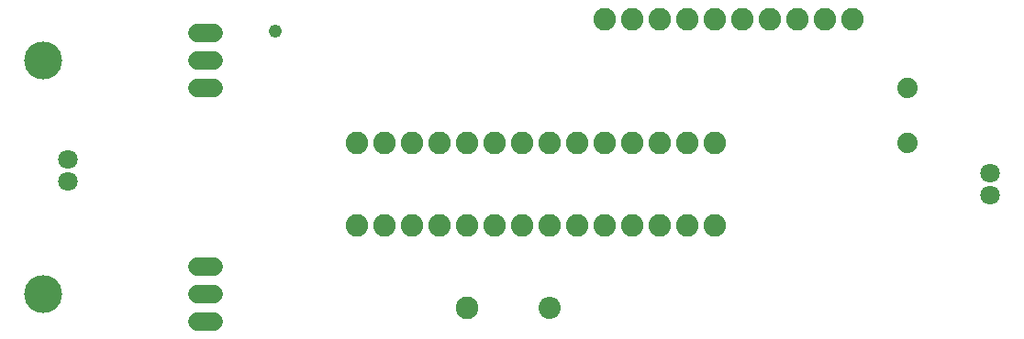
<source format=gbs>
G75*
%MOIN*%
%OFA0B0*%
%FSLAX25Y25*%
%IPPOS*%
%LPD*%
%AMOC8*
5,1,8,0,0,1.08239X$1,22.5*
%
%ADD10C,0.07099*%
%ADD11C,0.06800*%
%ADD12C,0.13800*%
%ADD13C,0.08200*%
%ADD14C,0.07400*%
%ADD15C,0.08062*%
%ADD16C,0.08246*%
%ADD17C,0.04800*%
D10*
X0046000Y0067063D03*
X0046000Y0074937D03*
X0381000Y0069937D03*
X0381000Y0062063D03*
D11*
X0099000Y0036000D02*
X0093000Y0036000D01*
X0093000Y0026000D02*
X0099000Y0026000D01*
X0099000Y0016000D02*
X0093000Y0016000D01*
X0093000Y0101000D02*
X0099000Y0101000D01*
X0099000Y0111000D02*
X0093000Y0111000D01*
X0093000Y0121000D02*
X0099000Y0121000D01*
D12*
X0037000Y0026000D03*
X0037000Y0111000D03*
D13*
X0151000Y0081000D03*
X0161000Y0081000D03*
X0171000Y0081000D03*
X0181000Y0081000D03*
X0191000Y0081000D03*
X0201000Y0081000D03*
X0211000Y0081000D03*
X0221000Y0081000D03*
X0231000Y0081000D03*
X0241000Y0081000D03*
X0251000Y0081000D03*
X0261000Y0081000D03*
X0271000Y0081000D03*
X0281000Y0081000D03*
X0281000Y0051000D03*
X0271000Y0051000D03*
X0261000Y0051000D03*
X0251000Y0051000D03*
X0241000Y0051000D03*
X0231000Y0051000D03*
X0221000Y0051000D03*
X0211000Y0051000D03*
X0201000Y0051000D03*
X0191000Y0051000D03*
X0181000Y0051000D03*
X0171000Y0051000D03*
X0161000Y0051000D03*
X0151000Y0051000D03*
X0241000Y0126000D03*
X0251000Y0126000D03*
X0261000Y0126000D03*
X0271000Y0126000D03*
X0281000Y0126000D03*
X0291000Y0126000D03*
X0301000Y0126000D03*
X0311000Y0126000D03*
X0321000Y0126000D03*
X0331000Y0126000D03*
D14*
X0351000Y0100843D03*
X0351000Y0081157D03*
D15*
X0221000Y0021000D03*
D16*
X0191000Y0021000D03*
D17*
X0121300Y0121600D03*
M02*

</source>
